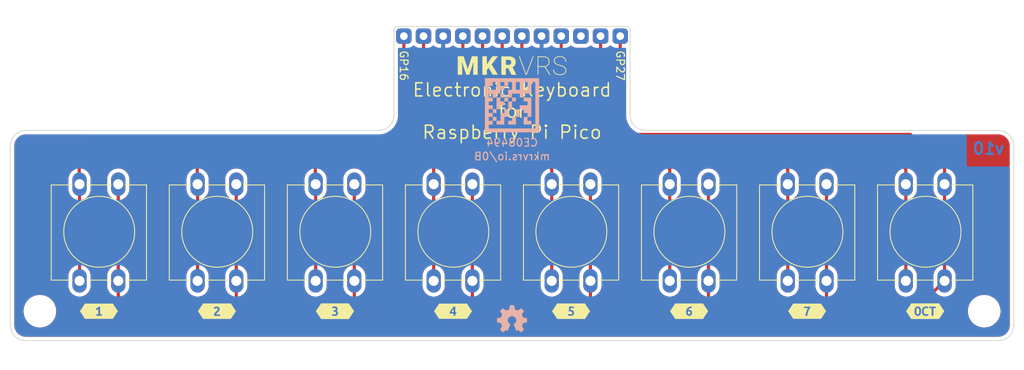
<source format=kicad_pcb>
(kicad_pcb (version 20211014) (generator pcbnew)
  (layers (0 "F.Cu" signal) (31 "B.Cu" signal) (34 "B.Paste" user) (35 "F.Paste" user) (36 "B.SilkS" user "B.Silkscreen") (37 "F.SilkS" user "F.Silkscreen") (38 "B.Mask" user) (39 "F.Mask" user) (44 "Edge.Cuts" user))
  (net 0 "")
  (net 1 "VCC")
  (net 2 "Net-(J1-Pad2)")
  (net 4 "Net-(J1-Pad4)")
  (net 5 "GND")
  (net 6 "Net-(J1-Pad6)")
  (net 7 "Net-(J1-Pad7)")
  (net 8 "Net-(J1-Pad8)")
  (net 9 "Net-(J1-Pad9)")
  (net 10 "Net-(J1-Pad11)")
  (net 11 "Net-(J1-Pad12)")
  (footprint "MountingHole:MountingHole_3.2mm_M3" (layer "F.Cu") (at 79.07 88.56)
    (fp_text reference "H2" hide)
    (fp_text value "MountingHole")
    (pad "" np_thru_hole circle locked (at 0 0) (size 3.2 3.2) (drill 3.2) (layers *.Cu *.Mask))
  )
  (footprint "Button_Switch_THT:SW_PUSH-12mm" (layer "F.Cu") (at 129.91 84.64 90)
    (fp_text reference "SW5" hide)
    (fp_text value "SW_Push")
    (pad "1" thru_hole oval locked (at 0 0 90) (size 3.048 1.85) (drill 1.3) (layers *.Cu *.Mask) (net 8 "Net-(J1-Pad8)"))
    (pad "1" thru_hole oval locked (at 12.5 0 90) (size 3.048 1.85) (drill 1.3) (layers *.Cu *.Mask) (net 8 "Net-(J1-Pad8)"))
    (pad "2" thru_hole oval locked (at 0 5 90) (size 3.048 1.85) (drill 1.3) (layers *.Cu *.Mask) (net 1 "VCC"))
    (pad "2" thru_hole oval locked (at 12.5 5 90) (size 3.048 1.85) (drill 1.3) (layers *.Cu *.Mask) (net 1 "VCC"))
  )
  (footprint "Button_Switch_THT:SW_PUSH-12mm" (layer "F.Cu") (at 84.19 84.64 90)
    (fp_text reference "SW8" hide)
    (fp_text value "SW_Push")
    (pad "1" thru_hole oval locked (at 12.5 0 90) (size 3.048 1.85) (drill 1.3) (layers *.Cu *.Mask) (net 11 "Net-(J1-Pad12)"))
    (pad "1" thru_hole oval locked (at 0 0 90) (size 3.048 1.85) (drill 1.3) (layers *.Cu *.Mask) (net 11 "Net-(J1-Pad12)"))
    (pad "2" thru_hole oval locked (at 0 5 90) (size 3.048 1.85) (drill 1.3) (layers *.Cu *.Mask) (net 1 "VCC"))
    (pad "2" thru_hole oval locked (at 12.5 5 90) (size 3.048 1.85) (drill 1.3) (layers *.Cu *.Mask) (net 1 "VCC"))
  )
  (footprint "kibuzzard-6257AAF1" (layer "F.Cu") (at 132.41 88.56)
    (fp_text reference "kibuzzard-6257AAF1" hide)
    (fp_text value "G***" hide)
  )
  (footprint "kibuzzard-6257AADC" (layer "F.Cu") (at 178.13 88.56)
    (fp_text reference "kibuzzard-6257AADC" hide)
    (fp_text value "G***" hide)
  )
  (footprint "Button_Switch_THT:SW_PUSH-12mm" (layer "F.Cu") (at 175.63 84.64 90)
    (fp_text reference "SW2" hide)
    (fp_text value "SW_Push")
    (pad "1" thru_hole oval locked (at 12.5 0 90) (size 3.048 1.85) (drill 1.3) (layers *.Cu *.Mask) (net 4 "Net-(J1-Pad4)"))
    (pad "1" thru_hole oval locked (at 0 0 90) (size 3.048 1.85) (drill 1.3) (layers *.Cu *.Mask) (net 4 "Net-(J1-Pad4)"))
    (pad "2" thru_hole oval locked (at 0 5 90) (size 3.048 1.85) (drill 1.3) (layers *.Cu *.Mask) (net 1 "VCC"))
    (pad "2" thru_hole oval locked (at 12.5 5 90) (size 3.048 1.85) (drill 1.3) (layers *.Cu *.Mask) (net 1 "VCC"))
  )
  (footprint "Button_Switch_THT:SW_PUSH-12mm" (layer "F.Cu") (at 190.87 84.64 90)
    (fp_text reference "SW1" hide)
    (fp_text value "SW_Push")
    (pad "1" thru_hole oval locked (at 0 0 90) (size 3.048 1.85) (drill 1.3) (layers *.Cu *.Mask) (net 2 "Net-(J1-Pad2)"))
    (pad "1" thru_hole oval locked (at 12.5 0 90) (size 3.048 1.85) (drill 1.3) (layers *.Cu *.Mask) (net 2 "Net-(J1-Pad2)"))
    (pad "2" thru_hole oval locked (at 12.5 5 90) (size 3.048 1.85) (drill 1.3) (layers *.Cu *.Mask) (net 1 "VCC"))
    (pad "2" thru_hole oval locked (at 0 5 90) (size 3.048 1.85) (drill 1.3) (layers *.Cu *.Mask) (net 1 "VCC"))
  )
  (footprint "MountingHole:MountingHole_3.2mm_M3" (layer "F.Cu") (at 200.99 88.56)
    (fp_text reference "H1" hide)
    (fp_text value "MountingHole")
    (pad "" np_thru_hole circle locked (at 0 0) (size 3.2 3.2) (drill 3.2) (layers *.Cu *.Mask))
  )
  (footprint "kibuzzard-6257AB3B" (layer "F.Cu") (at 86.69 88.56)
    (fp_text reference "kibuzzard-6257AB3B" hide)
    (fp_text value "G***" hide)
  )
  (footprint "Connector_PinHeader_2.54mm:PinHeader_1x12_P2.54mm_Vertical" (layer "F.Cu") (at 154 53 -90)
    (fp_text reference "J1" hide)
    (fp_text value "Conn_01x12")
    (pad "1" thru_hole roundrect (at 0 0 270) (size 2 2) (drill 1) (layers *.Cu *.Mask) (net 1 "VCC"))
    (pad "2" thru_hole roundrect (at 0 2.54 270) (size 2 2) (drill 1) (layers *.Cu *.Mask) (net 2 "Net-(J1-Pad2)"))
    (pad "3" thru_hole roundrect (at 0 5.08 270) (size 2 2) (drill 1) (layers *.Cu *.Mask))
    (pad "4" thru_hole roundrect (at 0 7.62 270) (size 2 2) (drill 1) (layers *.Cu *.Mask) (net 4 "Net-(J1-Pad4)"))
    (pad "5" thru_hole roundrect (at 0 10.16 270) (size 2 2) (drill 1) (layers *.Cu *.Mask) (net 5 "GND"))
    (pad "6" thru_hole roundrect (at 0 12.7 270) (size 2 2) (drill 1) (layers *.Cu *.Mask) (net 6 "Net-(J1-Pad6)"))
    (pad "7" thru_hole roundrect (at 0 15.24 270) (size 2 2) (drill 1) (layers *.Cu *.Mask) (net 7 "Net-(J1-Pad7)"))
    (pad "8" thru_hole roundrect (at 0 17.78 270) (size 2 2) (drill 1) (layers *.Cu *.Mask) (net 8 "Net-(J1-Pad8)"))
    (pad "9" thru_hole roundrect (at 0 20.32 270) (size 2 2) (drill 1) (layers *.Cu *.Mask) (net 9 "Net-(J1-Pad9)"))
    (pad "10" thru_hole roundrect (at 0 22.86 270) (size 2 2) (drill 1) (layers *.Cu *.Mask) (net 5 "GND"))
    (pad "11" thru_hole roundrect (at 0 25.4 270) (size 2 2) (drill 1) (layers *.Cu *.Mask) (net 10 "Net-(J1-Pad11)"))
    (pad "12" thru_hole roundrect (at 0 27.94 270) (size 2 2) (drill 1) (layers *.Cu *.Mask) (net 11 "Net-(J1-Pad12)"))
  )
  (footprint "Button_Switch_THT:SW_PUSH-12mm" (layer "F.Cu") (at 99.43 84.64 90)
    (fp_text reference "SW7" hide)
    (fp_text value "SW_Push")
    (pad "1" thru_hole oval locked (at 12.5 0 90) (size 3.048 1.85) (drill 1.3) (layers *.Cu *.Mask) (net 10 "Net-(J1-Pad11)"))
    (pad "1" thru_hole oval locked (at 0 0 90) (size 3.048 1.85) (drill 1.3) (layers *.Cu *.Mask) (net 10 "Net-(J1-Pad11)"))
    (pad "2" thru_hole oval locked (at 0 5 90) (size 3.048 1.85) (drill 1.3) (layers *.Cu *.Mask) (net 1 "VCC"))
    (pad "2" thru_hole oval locked (at 12.5 5 90) (size 3.048 1.85) (drill 1.3) (layers *.Cu *.Mask) (net 1 "VCC"))
  )
  (footprint "kibuzzard-6257AB37" (layer "F.Cu") (at 101.93 88.56)
    (fp_text reference "kibuzzard-6257AB37" hide)
    (fp_text value "G***" hide)
  )
  (footprint "kibuzzard-6257AB2E" (layer "F.Cu") (at 117.17 88.56)
    (fp_text reference "kibuzzard-6257AB2E" hide)
    (fp_text value "G***" hide)
  )
  (footprint "kibuzzard-6257AAE6" (layer "F.Cu") (at 162.89 88.56)
    (fp_text reference "kibuzzard-6257AAE6" hide)
    (fp_text value "G***" hide)
  )
  (footprint "kibuzzard-6257AAD7" (layer "F.Cu") (at 193.37 88.56)
    (fp_text reference "kibuzzard-6257AAD7" hide)
    (fp_text value "G***" hide)
  )
  (footprint "Button_Switch_THT:SW_PUSH-12mm" (layer "F.Cu") (at 160.39 84.64 90)
    (fp_text reference "SW3" hide)
    (fp_text value "SW_Push")
    (pad "1" thru_hole oval locked (at 12.5 0 90) (size 3.048 1.85) (drill 1.3) (layers *.Cu *.Mask) (net 6 "Net-(J1-Pad6)"))
    (pad "1" thru_hole oval locked (at 0 0 90) (size 3.048 1.85) (drill 1.3) (layers *.Cu *.Mask) (net 6 "Net-(J1-Pad6)"))
    (pad "2" thru_hole oval locked (at 0 5 90) (size 3.048 1.85) (drill 1.3) (layers *.Cu *.Mask) (net 1 "VCC"))
    (pad "2" thru_hole oval locked (at 12.5 5 90) (size 3.048 1.85) (drill 1.3) (layers *.Cu *.Mask) (net 1 "VCC"))
  )
  (footprint "Button_Switch_THT:SW_PUSH-12mm" (layer "F.Cu") (at 145.15 84.64 90)
    (fp_text reference "SW4" hide)
    (fp_text value "SW_Push")
    (pad "1" thru_hole oval locked (at 0 0 90) (size 3.048 1.85) (drill 1.3) (layers *.Cu *.Mask) (net 7 "Net-(J1-Pad7)"))
    (pad "1" thru_hole oval locked (at 12.5 0 90) (size 3.048 1.85) (drill 1.3) (layers *.Cu *.Mask) (net 7 "Net-(J1-Pad7)"))
    (pad "2" thru_hole oval locked (at 0 5 90) (size 3.048 1.85) (drill 1.3) (layers *.Cu *.Mask) (net 1 "VCC"))
    (pad "2" thru_hole oval locked (at 12.5 5 90) (size 3.048 1.85) (drill 1.3) (layers *.Cu *.Mask) (net 1 "VCC"))
  )
  (footprint "Button_Switch_THT:SW_PUSH-12mm" (layer "F.Cu") (at 114.67 84.64 90)
    (fp_text reference "SW6" hide)
    (fp_text value "SW_Push")
    (pad "1" thru_hole oval locked (at 0 0 90) (size 3.048 1.85) (drill 1.3) (layers *.Cu *.Mask) (net 9 "Net-(J1-Pad9)"))
    (pad "1" thru_hole oval locked (at 12.5 0 90) (size 3.048 1.85) (drill 1.3) (layers *.Cu *.Mask) (net 9 "Net-(J1-Pad9)"))
    (pad "2" thru_hole oval locked (at 12.5 5 90) (size 3.048 1.85) (drill 1.3) (layers *.Cu *.Mask) (net 1 "VCC"))
    (pad "2" thru_hole oval locked (at 0 5 90) (size 3.048 1.85) (drill 1.3) (layers *.Cu *.Mask) (net 1 "VCC"))
  )
  (footprint "CoreElectronics_Artwork:makerverse_logo_short_14.0x2.4mm" (layer "F.Cu") (at 140.03 56.81)
    (fp_text reference "G2" hide)
    (fp_text value "LOGO_Makerverse" hide)
  )
  (footprint "kibuzzard-6257AAEB" (layer "F.Cu") (at 147.65 88.56)
    (fp_text reference "kibuzzard-6257AAEB" hide)
    (fp_text value "G***" hide)
  )
  (footprint "lib:CE08494" (layer "B.Cu") (at 140.03 61.936 180)
    (fp_text reference "G1" hide)
    (fp_text value "Label_PCB_Art" hide)
  )
  (footprint "CoreElectronics_Artwork:oshw_3.9x3.5mm" (layer "B.Cu") (at 140.03 89.54 180)
    (fp_text reference "LOGO1" hide)
    (fp_text value "Logo_Open_Hardware_Small" hide)
  )
  (gr_arc (start 157.27 65.192) (mid 155.855786 64.606214) (end 155.27 63.192) (layer "Edge.Cuts") (width 0.1))
  (gr_line (start 124.79 52.23) (end 124.79 63.192) (layer "Edge.Cuts") (width 0.1))
  (gr_line (start 202.8 92.37) (end 77.26 92.37) (layer "Edge.Cuts") (width 0.1))
  (gr_arc (start 75.26 67.192) (mid 75.845786 65.777786) (end 77.26 65.192) (layer "Edge.Cuts") (width 0.1))
  (gr_arc (start 124.79 52.23) (mid 124.936447 51.876447) (end 125.29 51.73) (layer "Edge.Cuts") (width 0.1))
  (gr_line (start 75.26 90.37) (end 75.26 67.192) (layer "Edge.Cuts") (width 0.1))
  (gr_line (start 125.29 51.73) (end 154.77 51.73) (layer "Edge.Cuts") (width 0.1))
  (gr_arc (start 124.79 63.192) (mid 124.204214 64.606214) (end 122.79 65.192) (layer "Edge.Cuts") (width 0.1))
  (gr_arc (start 154.77 51.73) (mid 155.123553 51.876447) (end 155.27 52.23) (layer "Edge.Cuts") (width 0.1))
  (gr_line (start 122.79 65.192) (end 77.26 65.192) (layer "Edge.Cuts") (width 0.1))
  (gr_arc (start 204.8 90.37) (mid 204.214214 91.784214) (end 202.8 92.37) (layer "Edge.Cuts") (width 0.1))
  (gr_arc (start 202.8 65.192) (mid 204.214214 65.777786) (end 204.8 67.192) (layer "Edge.Cuts") (width 0.1))
  (gr_line (start 155.27 52.23) (end 155.27 63.192) (layer "Edge.Cuts") (width 0.1))
  (gr_line (start 157.27 65.192) (end 202.8 65.192) (layer "Edge.Cuts") (width 0.1))
  (gr_arc (start 77.26 92.37) (mid 75.845786 91.784214) (end 75.26 90.37) (layer "Edge.Cuts") (width 0.1))
  (gr_line (start 204.8 67.192) (end 204.8 90.37) (layer "Edge.Cuts") (width 0.1))
  (gr_text "v10" (at 201.54 67.54) (layer "B.Cu") (effects (font (size 1.5 1.5) (thickness 0.3)) (justify mirror)))
  (gr_text "CE08494" (at 140.03 66.762) (layer "B.SilkS") (effects (font (size 1 1)) (justify mirror)))
  (gr_text "mkrvrs.io/0B" (at 140.03 68.54) (layer "B.SilkS") (effects (font (size 1 1)) (justify mirror)))
  (gr_text "Electronic Keyboard\nfor\nRaspberry Pi Pico" (at 140.03 62.692) (layer "F.SilkS") (effects (font (size 1.7 1.7) (thickness 0.2))))
  (gr_text "GP27" (at 154 56.81 270) (layer "F.SilkS") (effects (font (size 1 1))))
  (gr_text "GP16" (at 126.06 56.81 270) (layer "F.SilkS") (effects (font (size 1 1))))
  (segment (start 119.67 87.885) (end 119.71 87.925) (width 0.4) (layer "F.Cu") (net 1))
  (segment (start 134.91 84.64) (end 134.91 87.885) (width 0.4) (layer "F.Cu") (net 1))
  (segment (start 195.87 72.14) (end 195.87 84.64) (width 0.4) (layer "F.Cu") (net 1))
  (segment (start 119.67 84.64) (end 119.67 87.885) (width 0.4) (layer "F.Cu") (net 1))
  (segment (start 119.67 72.14) (end 119.67 84.64) (width 0.4) (layer "F.Cu") (net 1))
  (segment (start 154 53) (end 154 65.7) (width 0.4) (layer "F.Cu") (net 1))
  (segment (start 180.63 84.64) (end 180.63 87.885) (width 0.4) (layer "F.Cu") (net 1))
  (segment (start 150.19 87.925) (end 134.95 87.925) (width 0.4) (layer "F.Cu") (net 1))
  (segment (start 89.19 86.615) (end 89.19 84.64) (width 0.4) (layer "F.Cu") (net 1))
  (segment (start 134.91 84.64) (end 134.91 72.14) (width 0.4) (layer "F.Cu") (net 1))
  (segment (start 89.19 72.14) (end 89.19 84.64) (width 0.4) (layer "F.Cu") (net 1))
  (segment (start 165.39 84.64) (end 165.39 87.885) (width 0.4) (layer "F.Cu") (net 1))
  (segment (start 150.15 87.885) (end 150.19 87.925) (width 0.4) (layer "F.Cu") (net 1))
  (segment (start 195.87 70.105) (end 195.87 72.14) (width 0.4) (layer "F.Cu") (net 1))
  (segment (start 180.63 87.885) (end 180.67 87.925) (width 0.4) (layer "F.Cu") (net 1))
  (segment (start 104.43 72.14) (end 104.43 84.64) (width 0.4) (layer "F.Cu") (net 1))
  (segment (start 180.63 84.64) (end 180.63 72.14) (width 0.4) (layer "F.Cu") (net 1))
  (segment (start 150.15 84.64) (end 150.15 87.885) (width 0.4) (layer "F.Cu") (net 1))
  (segment (start 154 65.7) (end 191.465 65.7) (width 0.4) (layer "F.Cu") (net 1))
  (segment (start 195.87 84.64) (end 192.585 87.925) (width 0.4) (layer "F.Cu") (net 1))
  (segment (start 192.585 87.925) (end 180.67 87.925) (width 0.4) (layer "F.Cu") (net 1))
  (segment (start 104.43 87.885) (end 104.47 87.925) (width 0.4) (layer "F.Cu") (net 1))
  (segment (start 180.67 87.925) (end 165.43 87.925) (width 0.4) (layer "F.Cu") (net 1))
  (segment (start 191.465 65.7) (end 195.87 70.105) (width 0.4) (layer "F.Cu") (net 1))
  (segment (start 104.43 84.64) (end 104.43 87.885) (width 0.4) (layer "F.Cu") (net 1))
  (segment (start 150.15 84.64) (end 150.15 72.14) (width 0.4) (layer "F.Cu") (net 1))
  (segment (start 119.71 87.925) (end 104.47 87.925) (width 0.4) (layer "F.Cu") (net 1))
  (segment (start 165.39 84.64) (end 165.39 72.14) (width 0.4) (layer "F.Cu") (net 1))
  (segment (start 104.47 87.925) (end 90.5 87.925) (width 0.4) (layer "F.Cu") (net 1))
  (segment (start 90.5 87.925) (end 89.19 86.615) (width 0.4) (layer "F.Cu") (net 1))
  (segment (start 165.39 87.885) (end 165.43 87.925) (width 0.4) (layer "F.Cu") (net 1))
  (segment (start 134.95 87.925) (end 119.71 87.925) (width 0.4) (layer "F.Cu") (net 1))
  (segment (start 165.43 87.925) (end 150.19 87.925) (width 0.4) (layer "F.Cu") (net 1))
  (segment (start 134.91 87.885) (end 134.95 87.925) (width 0.4) (layer "F.Cu") (net 1))
  (segment (start 190.87 70.185) (end 190.87 72.14) (width 0.4) (layer "F.Cu") (net 2))
  (segment (start 190.87 72.14) (end 190.87 84.64) (width 0.4) (layer "F.Cu") (net 2))
  (segment (start 152.349 66.335) (end 187.02 66.335) (width 0.4) (layer "F.Cu") (net 2))
  (segment (start 187.02 66.335) (end 190.87 70.185) (width 0.4) (layer "F.Cu") (net 2))
  (segment (start 151.46 65.446) (end 152.349 66.335) (width 0.4) (layer "F.Cu") (net 2))
  (segment (start 151.46 53) (end 151.46 65.446) (width 0.4) (layer "F.Cu") (net 2))
  (segment (start 146.38 53) (end 146.38 61.255) (width 0.4) (layer "F.Cu") (net 4))
  (segment (start 146.38 61.255) (end 152.095 66.97) (width 0.4) (layer "F.Cu") (net 4))
  (segment (start 175.63 72.14) (end 175.63 84.64) (width 0.4) (layer "F.Cu") (net 4))
  (segment (start 175.63 70.185) (end 175.63 72.14) (width 0.4) (layer "F.Cu") (net 4))
  (segment (start 152.095 66.97) (end 172.415 66.97) (width 0.4) (layer "F.Cu") (net 4))
  (segment (start 172.415 66.97) (end 175.63 70.185) (width 0.4) (layer "F.Cu") (net 4))
  (segment (start 160.39 72.14) (end 160.39 84.64) (width 0.4) (layer "F.Cu") (net 6))
  (segment (start 160.39 70.185) (end 160.39 72.14) (width 0.4) (layer "F.Cu") (net 6))
  (segment (start 141.3 53) (end 141.3 61.255) (width 0.4) (layer "F.Cu") (net 6))
  (segment (start 157.81 67.605) (end 160.39 70.185) (width 0.4) (layer "F.Cu") (net 6))
  (segment (start 141.3 61.255) (end 147.65 67.605) (width 0.4) (layer "F.Cu") (net 6))
  (segment (start 147.65 67.605) (end 157.81 67.605) (width 0.4) (layer "F.Cu") (net 6))
  (segment (start 143.84 66.335) (end 143.84 68.875) (width 0.4) (layer "F.Cu") (net 7))
  (segment (start 143.84 68.875) (end 145.15 70.185) (width 0.4) (layer "F.Cu") (net 7))
  (segment (start 138.76 53) (end 138.76 61.255) (width 0.4) (layer "F.Cu") (net 7))
  (segment (start 138.76 61.255) (end 143.84 66.335) (width 0.4) (layer "F.Cu") (net 7))
  (segment (start 145.15 70.185) (end 145.15 72.14) (width 0.4) (layer "F.Cu") (net 7))
  (segment (start 145.15 72.14) (end 145.15 84.64) (width 0.4) (layer "F.Cu") (net 7))
  (segment (start 136.22 53) (end 136.22 61.255) (width 0.4) (layer "F.Cu") (net 8))
  (segment (start 129.91 72.14) (end 129.91 84.64) (width 0.4) (layer "F.Cu") (net 8))
  (segment (start 136.22 61.255) (end 129.91 67.565) (width 0.4) (layer "F.Cu") (net 8))
  (segment (start 129.91 67.565) (end 129.91 72.14) (width 0.4) (layer "F.Cu") (net 8))
  (segment (start 114.67 84.64) (end 114.67 72.14) (width 0.4) (layer "F.Cu") (net 9))
  (segment (start 127.400978 67.534022) (end 114.700978 67.534022) (width 0.4) (layer "F.Cu") (net 9))
  (segment (start 133.68 61.255) (end 127.400978 67.534022) (width 0.4) (layer "F.Cu") (net 9))
  (segment (start 133.68 53) (end 133.68 61.255) (width 0.4) (layer "F.Cu") (net 9))
  (segment (start 114.63 67.605) (end 114.63 72.1) (width 0.4) (layer "F.Cu") (net 9))
  (segment (start 114.63 72.1) (end 114.67 72.14) (width 0.4) (layer "F.Cu") (net 9))
  (segment (start 114.700978 67.534022) (end 114.63 67.605) (width 0.4) (layer "F.Cu") (net 9))
  (segment (start 128.6 53) (end 128.6 65.192) (width 0.4) (layer "F.Cu") (net 10))
  (segment (start 126.857489 66.934511) (end 100.060489 66.934511) (width 0.4) (layer "F.Cu") (net 10))
  (segment (start 100.060489 66.934511) (end 99.39 67.605) (width 0.4) (layer "F.Cu") (net 10))
  (segment (start 99.39 67.605) (end 99.39 72.1) (width 0.4) (layer "F.Cu") (net 10))
  (segment (start 99.43 84.64) (end 99.43 72.14) (width 0.4) (layer "F.Cu") (net 10))
  (segment (start 99.39 72.1) (end 99.43 72.14) (width 0.4) (layer "F.Cu") (net 10))
  (segment (start 128.6 65.192) (end 126.857489 66.934511) (width 0.4) (layer "F.Cu") (net 10))
  (segment (start 84.19 84.64) (end 84.19 72.14) (width 0.4) (layer "F.Cu") (net 11))
  (segment (start 84.15 67.605) (end 85.42 66.335) (width 0.4) (layer "F.Cu") (net 11))
  (segment (start 125.933 66.335) (end 126.06 66.208) (width 0.4) (layer "F.Cu") (net 11))
  (segment (start 126.06 66.208) (end 126.06 53) (width 0.4) (layer "F.Cu") (net 11))
  (segment (start 84.15 72.1) (end 84.15 67.605) (width 0.4) (layer "F.Cu") (net 11))
  (segment (start 85.42 66.335) (end 125.933 66.335) (width 0.4) (layer "F.Cu") (net 11))
  (segment (start 84.19 72.14) (end 84.15 72.1) (width 0.4) (layer "F.Cu") (net 11))
  (zone (net 5) (net_name "GND") (layers F&B.Cu) (connect_pads (clearance 0.508)) (min_thickness 0.254) (fill yes (thermal_gap 0.508) (thermal_bridge_width 0.508) (island_removal_mode 2) (island_area_min 3))
    (polygon (pts (xy 206.07 96.18) (xy 73.99 96.18) (xy 73.99 50.46) (xy 206.07 50.46)))
  )
)
</source>
